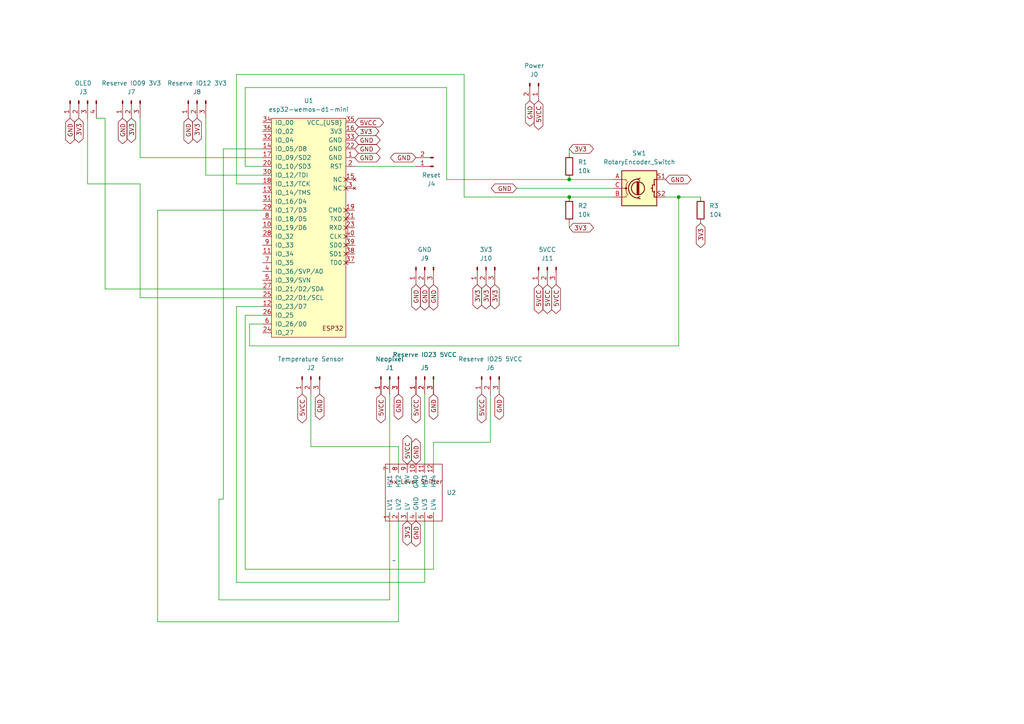
<source format=kicad_sch>
(kicad_sch (version 20230121) (generator eeschema)
  (paper "A4")
  (lib_symbols
    (symbol "Connector:Conn_01x02_Pin" (pin_names (offset 1.016) hide)
      (property "Reference" "J" (at 0 2.54 0))
      (property "Value" "Conn_01x02_Pin" (at 0 -5.08 0))
      (symbol "Conn_01x02_Pin_1_1"
        (polyline (pts (xy 1.27 -2.54) (xy 0.8636 -2.54)) (stroke (width 0.1524)))
        (polyline (pts (xy 1.27 0) (xy 0.8636 0)) (stroke (width 0.1524)))
        (rectangle (start 0.8636 -2.413) (end 0 -2.667) (stroke (width 0.1524)) (fill (type outline)))
        (rectangle (start 0.8636 0.127) (end 0 -0.127) (stroke (width 0.1524)) (fill (type outline)))
        (pin passive line (at 5.08 0 180) (length 3.81) (name "Pin_1") (number "1"))
        (pin passive line (at 5.08 -2.54 180) (length 3.81) (name "Pin_2") (number "2"))
      )
    )
    (symbol "Connector:Conn_01x03_Pin" (pin_names (offset 1.016) hide)
      (property "Reference" "J" (at 0 5.08 0))
      (property "Value" "Conn_01x03_Pin" (at 0 -5.08 0))
      (symbol "Conn_01x03_Pin_1_1"
        (polyline (pts (xy 1.27 -2.54) (xy 0.8636 -2.54)) (stroke (width 0.1524)))
        (polyline (pts (xy 1.27 0) (xy 0.8636 0)) (stroke (width 0.1524)))
        (polyline (pts (xy 1.27 2.54) (xy 0.8636 2.54)) (stroke (width 0.1524)))
        (rectangle (start 0.8636 -2.413) (end 0 -2.667) (stroke (width 0.1524)) (fill (type outline)))
        (rectangle (start 0.8636 0.127) (end 0 -0.127) (stroke (width 0.1524)) (fill (type outline)))
        (rectangle (start 0.8636 2.667) (end 0 2.413) (stroke (width 0.1524)) (fill (type outline)))
        (pin passive line (at 5.08 2.54 180) (length 3.81) (name "Pin_1") (number "1"))
        (pin passive line (at 5.08 0 180) (length 3.81) (name "Pin_2") (number "2"))
        (pin passive line (at 5.08 -2.54 180) (length 3.81) (name "Pin_3") (number "3"))
      )
    )
    (symbol "Connector:Conn_01x04_Pin" (pin_names (offset 1.016) hide)
      (property "Reference" "J" (at 0 5.08 0))
      (property "Value" "Conn_01x04_Pin" (at 0 -7.62 0))
      (symbol "Conn_01x04_Pin_1_1"
        (polyline (pts (xy 1.27 -5.08) (xy 0.8636 -5.08)) (stroke (width 0.1524)))
        (polyline (pts (xy 1.27 -2.54) (xy 0.8636 -2.54)) (stroke (width 0.1524)))
        (polyline (pts (xy 1.27 0) (xy 0.8636 0)) (stroke (width 0.1524)))
        (polyline (pts (xy 1.27 2.54) (xy 0.8636 2.54)) (stroke (width 0.1524)))
        (rectangle (start 0.8636 -4.953) (end 0 -5.207) (stroke (width 0.1524)) (fill (type outline)))
        (rectangle (start 0.8636 -2.413) (end 0 -2.667) (stroke (width 0.1524)) (fill (type outline)))
        (rectangle (start 0.8636 0.127) (end 0 -0.127) (stroke (width 0.1524)) (fill (type outline)))
        (rectangle (start 0.8636 2.667) (end 0 2.413) (stroke (width 0.1524)) (fill (type outline)))
        (pin passive line (at 5.08 2.54 180) (length 3.81) (name "Pin_1") (number "1"))
        (pin passive line (at 5.08 0 180) (length 3.81) (name "Pin_2") (number "2"))
        (pin passive line (at 5.08 -2.54 180) (length 3.81) (name "Pin_3") (number "3"))
        (pin passive line (at 5.08 -5.08 180) (length 3.81) (name "Pin_4") (number "4"))
      )
    )
    (symbol "Device:R" (pin_numbers hide) (pin_names (offset 0))
      (property "Reference" "R" (at 2.032 0 90))
      (property "Value" "R" (at 0 0 90))
      (symbol "R_0_1"
        (rectangle (start -1.016 -2.54) (end 1.016 2.54) (stroke (width 0.254)))
      )
      (symbol "R_1_1"
        (pin passive line (at 0 3.81 270) (length 1.27) (name "~") (number "1"))
        (pin passive line (at 0 -3.81 90) (length 1.27) (name "~") (number "2"))
      )
    )
    (symbol "Device:RotaryEncoder_Switch" (pin_names (offset 0.254) hide)
      (property "Reference" "SW" (at 0 6.604 0))
      (property "Value" "RotaryEncoder_Switch" (at 0 -6.604 0))
      (symbol "RotaryEncoder_Switch_0_1"
        (rectangle (start -5.08 5.08) (end 5.08 -5.08) (stroke (width 0.254)) (fill (type background)))
        (circle (center -3.81 0) (radius 0.254) (fill (type outline)))
        (circle (center -0.381 0) (radius 1.905) (stroke (width 0.254)))
        (arc (start -0.381 2.667) (mid -3.0988 -0.0635) (end -0.381 -2.794) (stroke (width 0.254)))
        (polyline (pts (xy -0.635 -1.778) (xy -0.635 1.778)) (stroke (width 0.254)))
        (polyline (pts (xy -0.381 -1.778) (xy -0.381 1.778)) (stroke (width 0.254)))
        (polyline (pts (xy -0.127 1.778) (xy -0.127 -1.778)) (stroke (width 0.254)))
        (polyline (pts (xy 3.81 0) (xy 3.429 0)) (stroke (width 0.254)))
        (polyline (pts (xy 3.81 1.016) (xy 3.81 -1.016)) (stroke (width 0.254)))
        (polyline (pts (xy -5.08 -2.54) (xy -3.81 -2.54) (xy -3.81 -2.032)))
        (polyline (pts (xy -5.08 2.54) (xy -3.81 2.54) (xy -3.81 2.032)))
        (polyline (pts (xy 0.254 -3.048) (xy -0.508 -2.794) (xy 0.127 -2.413)) (stroke (width 0.254)))
        (polyline (pts (xy 0.254 2.921) (xy -0.508 2.667) (xy 0.127 2.286)) (stroke (width 0.254)))
        (polyline (pts (xy 5.08 -2.54) (xy 4.318 -2.54) (xy 4.318 -1.016)) (stroke (width 0.254)))
        (polyline (pts (xy 5.08 2.54) (xy 4.318 2.54) (xy 4.318 1.016)) (stroke (width 0.254)))
        (polyline (pts (xy -5.08 0) (xy -3.81 0) (xy -3.81 -1.016) (xy -3.302 -2.032)))
        (polyline (pts (xy -4.318 0) (xy -3.81 0) (xy -3.81 1.016) (xy -3.302 2.032)))
        (circle (center 4.318 -1.016) (radius 0.127) (stroke (width 0.254)))
        (circle (center 4.318 1.016) (radius 0.127) (stroke (width 0.254)))
      )
      (symbol "RotaryEncoder_Switch_1_1"
        (pin passive line (at -7.62 2.54 0) (length 2.54) (name "A") (number "A"))
        (pin passive line (at -7.62 -2.54 0) (length 2.54) (name "B") (number "B"))
        (pin passive line (at -7.62 0 0) (length 2.54) (name "C") (number "C"))
        (pin passive line (at 7.62 2.54 180) (length 2.54) (name "S1") (number "S1"))
        (pin passive line (at 7.62 -2.54 180) (length 2.54) (name "S2") (number "S2"))
      )
    )
    (symbol "ESP32:esp32-wemos-d1-mini" (pin_names (offset 1.016))
      (property "Reference" "U" (at -7.62 -50.8 0))
      (property "Value" "esp32-wemos-d1-mini" (at 5.08 -59.69 0))
      (symbol "esp32-wemos-d1-mini_0_0"
        (text "ESP32" (at 7.62 -62.23 0) (effects (font (size 1.27 1.27))))
        (pin power_in line (at 13.97 -12.7 180) (length 2.54) (name "GND") (number "1"))
        (pin input line (at 13.97 -15.24 180) (length 2.54) (name "RST") (number "2"))
        (pin no_connect non_logic (at 13.97 -21.59 180) (length 2.54) (name "NC") (number "3"))
        (pin bidirectional line (at -12.7 -45.72 0) (length 2.54) (name "IO_36/SVP/A0") (number "4"))
        (pin bidirectional line (at -12.7 -48.26 0) (length 2.54) (name "IO_39/SVN") (number "5"))
      )
      (symbol "esp32-wemos-d1-mini_0_1"
        (rectangle (start -10.16 -1.27) (end 11.43 -64.77) (fill (type background)))
      )
      (symbol "esp32-wemos-d1-mini_1_1"
        (pin bidirectional line (at -12.7 -33.02 0) (length 2.54) (name "IO_19/D6") (number "10"))
        (pin bidirectional line (at -12.7 -40.64 0) (length 2.54) (name "IO_34") (number "11"))
        (pin bidirectional line (at -12.7 -55.88 0) (length 2.54) (name "IO_23/D7") (number "12"))
        (pin bidirectional line (at -12.7 -22.86 0) (length 2.54) (name "IO_14/TMS") (number "13"))
        (pin bidirectional line (at -12.7 -10.16 0) (length 2.54) (name "IO_05/D8") (number "14"))
        (pin no_connect non_logic (at 13.97 -19.05 180) (length 2.54) (name "NC") (number "15"))
        (pin power_in line (at 13.97 -5.08 180) (length 2.54) (name "3V3") (number "16"))
        (pin bidirectional line (at -12.7 -12.7 0) (length 2.54) (name "IO_09/SD2") (number "17"))
        (pin bidirectional line (at -12.7 -20.32 0) (length 2.54) (name "IO_13/TCK") (number "18"))
        (pin passive non_logic (at 13.97 -27.94 180) (length 2.54) (name "CMD") (number "19"))
        (pin bidirectional line (at -12.7 -15.24 0) (length 2.54) (name "IO_10/SD3") (number "20"))
        (pin passive non_logic (at 13.97 -30.48 180) (length 2.54) (name "TXD") (number "21"))
        (pin power_in line (at 13.97 -10.16 180) (length 2.54) (name "GND") (number "22"))
        (pin passive non_logic (at 13.97 -33.02 180) (length 2.54) (name "RXD") (number "23"))
        (pin bidirectional line (at -12.7 -63.5 0) (length 2.54) (name "IO_27") (number "24"))
        (pin bidirectional line (at -12.7 -53.34 0) (length 2.54) (name "IO_22/D1/SCL") (number "25"))
        (pin bidirectional line (at -12.7 -58.42 0) (length 2.54) (name "IO_25") (number "26"))
        (pin bidirectional line (at -12.7 -50.8 0) (length 2.54) (name "IO_21/D2/SDA") (number "27"))
        (pin bidirectional line (at -12.7 -35.56 0) (length 2.54) (name "IO_32") (number "28"))
        (pin bidirectional line (at -12.7 -27.94 0) (length 2.54) (name "IO_17/D3") (number "29"))
        (pin bidirectional line (at -12.7 -17.78 0) (length 2.54) (name "IO_12/TDI") (number "30"))
        (pin bidirectional line (at -12.7 -25.4 0) (length 2.54) (name "IO_16/D4") (number "31"))
        (pin bidirectional line (at -12.7 -7.62 0) (length 2.54) (name "IO_04") (number "32"))
        (pin power_in line (at 13.97 -7.62 180) (length 2.54) (name "GND") (number "33"))
        (pin bidirectional line (at -12.7 -2.54 0) (length 2.54) (name "IO_00") (number "34"))
        (pin power_in line (at 13.97 -2.54 180) (length 2.54) (name "VCC_(USB)") (number "35"))
        (pin bidirectional line (at -12.7 -5.08 0) (length 2.54) (name "IO_02") (number "36"))
        (pin passive non_logic (at 13.97 -43.18 180) (length 2.54) (name "TD0") (number "37"))
        (pin passive non_logic (at 13.97 -40.64 180) (length 2.54) (name "SD1") (number "38"))
        (pin passive non_logic (at 13.97 -38.1 180) (length 2.54) (name "SD0") (number "39"))
        (pin passive non_logic (at 13.97 -35.56 180) (length 2.54) (name "CLK") (number "40"))
        (pin bidirectional line (at -12.7 -60.96 0) (length 2.54) (name "IO_26/D0") (number "6"))
        (pin bidirectional line (at -12.7 -43.18 0) (length 2.54) (name "IO_35") (number "7"))
        (pin bidirectional line (at -12.7 -30.48 0) (length 2.54) (name "IO_18/D5") (number "8"))
        (pin bidirectional line (at -12.7 -38.1 0) (length 2.54) (name "IO_33") (number "9"))
      )
    )
    (symbol "levelShifter:4x_Level_Shifter"
      (property "Reference" "U" (at -6.35 20.32 0))
      (symbol "4x_Level_Shifter_0_1"
        (rectangle (start -3.81 25.4) (end 12.7 8.89))
      )
      (symbol "4x_Level_Shifter_1_1"
        (text "4x Level Shifter" (at 5.08 20.32 0) (effects (font (size 1.27 1.27))))
        (pin bidirectional line (at -2.54 8.89 90) (length 2.54) (name "LV1") (number "1"))
        (pin bidirectional line (at 5.08 25.4 270) (length 2.54) (name "GND") (number "10"))
        (pin bidirectional line (at 7.62 25.4 270) (length 2.54) (name "HV3") (number "11"))
        (pin bidirectional line (at 10.16 25.4 270) (length 2.54) (name "HV4") (number "12"))
        (pin bidirectional line (at 0 8.89 90) (length 2.54) (name "LV2") (number "2"))
        (pin bidirectional line (at 2.54 8.89 90) (length 2.54) (name "LV") (number "3"))
        (pin bidirectional line (at 5.08 8.89 90) (length 2.54) (name "GND") (number "4"))
        (pin bidirectional line (at 7.62 8.89 90) (length 2.54) (name "LV3") (number "5"))
        (pin bidirectional line (at 10.16 8.89 90) (length 2.54) (name "LV4") (number "6"))
        (pin bidirectional line (at -2.54 25.4 270) (length 2.54) (name "HV1") (number "7"))
        (pin bidirectional line (at 0 25.4 270) (length 2.54) (name "HV2") (number "8"))
        (pin bidirectional line (at 2.54 25.4 270) (length 2.54) (name "HV") (number "9"))
      )
    )
  )
  (junction (at 165.1 52.07))
  (junction (at 165.1 57.15))
  (junction (at 196.85 57.15))
  (wire (pts (xy 59.69 50.8) (xy 59.69 34.29)))
  (wire (pts (xy 64.77 144.78) (xy 63.5 144.78)))
  (wire (pts (xy 102.87 48.26) (xy 120.65 48.26)))
  (wire (pts (xy 63.5 144.78) (xy 63.5 173.99)))
  (wire (pts (xy 123.19 114.3) (xy 123.19 134.62)))
  (wire (pts (xy 45.72 60.96) (xy 45.72 180.34)))
  (wire (pts (xy 165.1 43.18) (xy 165.1 44.45)))
  (wire (pts (xy 115.57 180.34) (xy 115.57 151.13)))
  (wire (pts (xy 76.2 91.44) (xy 71.12 91.44)))
  (wire (pts (xy 149.86 54.61) (xy 177.8 54.61)))
  (wire (pts (xy 115.57 129.54) (xy 90.17 129.54)))
  (wire (pts (xy 30.48 34.29) (xy 27.94 34.29)))
  (wire (pts (xy 63.5 173.99) (xy 113.03 173.99)))
  (wire (pts (xy 76.2 48.26) (xy 71.12 48.26)))
  (wire (pts (xy 72.39 93.98) (xy 72.39 100.33)))
  (wire (pts (xy 134.62 57.15) (xy 165.1 57.15)))
  (wire (pts (xy 134.62 21.59) (xy 134.62 57.15)))
  (wire (pts (xy 40.64 45.72) (xy 76.2 45.72)))
  (wire (pts (xy 76.2 88.9) (xy 68.58 88.9)))
  (wire (pts (xy 193.04 57.15) (xy 196.85 57.15)))
  (wire (pts (xy 40.64 86.36) (xy 40.64 53.34)))
  (wire (pts (xy 71.12 165.1) (xy 125.73 165.1)))
  (wire (pts (xy 76.2 86.36) (xy 40.64 86.36)))
  (wire (pts (xy 196.85 57.15) (xy 203.2 57.15)))
  (wire (pts (xy 71.12 48.26) (xy 71.12 25.4)))
  (wire (pts (xy 165.1 66.04) (xy 165.1 64.77)))
  (wire (pts (xy 68.58 53.34) (xy 68.58 21.59)))
  (wire (pts (xy 30.48 83.82) (xy 30.48 34.29)))
  (wire (pts (xy 129.54 52.07) (xy 165.1 52.07)))
  (wire (pts (xy 125.73 165.1) (xy 125.73 151.13)))
  (wire (pts (xy 64.77 43.18) (xy 64.77 144.78)))
  (wire (pts (xy 68.58 168.91) (xy 123.19 168.91)))
  (wire (pts (xy 40.64 53.34) (xy 25.4 53.34)))
  (wire (pts (xy 113.03 173.99) (xy 113.03 151.13)))
  (wire (pts (xy 76.2 83.82) (xy 30.48 83.82)))
  (wire (pts (xy 113.03 114.3) (xy 113.03 134.62)))
  (wire (pts (xy 45.72 180.34) (xy 115.57 180.34)))
  (wire (pts (xy 165.1 57.15) (xy 177.8 57.15)))
  (wire (pts (xy 76.2 53.34) (xy 68.58 53.34)))
  (wire (pts (xy 40.64 45.72) (xy 40.64 34.29)))
  (wire (pts (xy 76.2 60.96) (xy 45.72 60.96)))
  (wire (pts (xy 90.17 129.54) (xy 90.17 114.3)))
  (wire (pts (xy 125.73 134.62) (xy 125.73 128.27)))
  (wire (pts (xy 71.12 25.4) (xy 129.54 25.4)))
  (wire (pts (xy 68.58 21.59) (xy 134.62 21.59)))
  (wire (pts (xy 129.54 25.4) (xy 129.54 52.07)))
  (wire (pts (xy 125.73 128.27) (xy 142.24 128.27)))
  (wire (pts (xy 76.2 93.98) (xy 72.39 93.98)))
  (wire (pts (xy 76.2 50.8) (xy 59.69 50.8)))
  (wire (pts (xy 68.58 88.9) (xy 68.58 168.91)))
  (wire (pts (xy 71.12 91.44) (xy 71.12 165.1)))
  (wire (pts (xy 25.4 53.34) (xy 25.4 34.29)))
  (wire (pts (xy 72.39 100.33) (xy 196.85 100.33)))
  (wire (pts (xy 165.1 52.07) (xy 177.8 52.07)))
  (wire (pts (xy 115.57 134.62) (xy 115.57 129.54)))
  (wire (pts (xy 142.24 128.27) (xy 142.24 114.3)))
  (wire (pts (xy 76.2 43.18) (xy 64.77 43.18)))
  (wire (pts (xy 196.85 100.33) (xy 196.85 57.15)))
  (wire (pts (xy 123.19 168.91) (xy 123.19 151.13)))
  (global_label "3V3" (shape bidirectional) (at 143.51 82.55 270) (property "Intersheetrefs" "${INTERSHEET_REFS}" (effects hide)))
  (global_label "GND" (shape bidirectional) (at 102.87 43.18 0) (property "Intersheetrefs" "${INTERSHEET_REFS}" (effects hide)))
  (global_label "GND" (shape bidirectional) (at 102.87 45.72 0) (property "Intersheetrefs" "${INTERSHEET_REFS}" (effects hide)))
  (global_label "GND" (shape bidirectional) (at 149.86 54.61 180) (property "Intersheetrefs" "${INTERSHEET_REFS}" (effects hide)))
  (global_label "GND" (shape bidirectional) (at 92.71 114.3 270) (property "Intersheetrefs" "${INTERSHEET_REFS}" (effects hide)))
  (global_label "GND" (shape bidirectional) (at 35.56 34.29 270) (property "Intersheetrefs" "${INTERSHEET_REFS}" (effects hide)))
  (global_label "5VCC" (shape bidirectional) (at 110.49 114.3 270) (property "Intersheetrefs" "${INTERSHEET_REFS}" (effects hide)))
  (global_label "5VCC" (shape bidirectional) (at 87.63 114.3 270) (property "Intersheetrefs" "${INTERSHEET_REFS}" (effects hide)))
  (global_label "3V3" (shape bidirectional) (at 102.87 38.1 0) (property "Intersheetrefs" "${INTERSHEET_REFS}" (effects hide)))
  (global_label "GND" (shape bidirectional) (at 193.04 52.07 0) (property "Intersheetrefs" "${INTERSHEET_REFS}" (effects hide)))
  (global_label "3V3" (shape bidirectional) (at 57.15 34.29 270) (property "Intersheetrefs" "${INTERSHEET_REFS}" (effects hide)))
  (global_label "GND" (shape bidirectional) (at 153.67 29.21 270) (property "Intersheetrefs" "${INTERSHEET_REFS}" (effects hide)))
  (global_label "3V3" (shape bidirectional) (at 38.1 34.29 270) (property "Intersheetrefs" "${INTERSHEET_REFS}" (effects hide)))
  (global_label "3V3" (shape bidirectional) (at 203.2 64.77 270) (property "Intersheetrefs" "${INTERSHEET_REFS}" (effects hide)))
  (global_label "5VCC" (shape bidirectional) (at 102.87 35.56 0) (property "Intersheetrefs" "${INTERSHEET_REFS}" (effects hide)))
  (global_label "5VCC" (shape bidirectional) (at 158.75 82.55 270) (property "Intersheetrefs" "${INTERSHEET_REFS}" (effects hide)))
  (global_label "GND" (shape bidirectional) (at 120.65 134.62 90) (property "Intersheetrefs" "${INTERSHEET_REFS}" (effects hide)))
  (global_label "GND" (shape bidirectional) (at 123.19 82.55 270) (property "Intersheetrefs" "${INTERSHEET_REFS}" (effects hide)))
  (global_label "GND" (shape bidirectional) (at 102.87 40.64 0) (property "Intersheetrefs" "${INTERSHEET_REFS}" (effects hide)))
  (global_label "3V3" (shape bidirectional) (at 165.1 43.18 0) (property "Intersheetrefs" "${INTERSHEET_REFS}" (effects hide)))
  (global_label "3V3" (shape bidirectional) (at 165.1 66.04 0) (property "Intersheetrefs" "${INTERSHEET_REFS}" (effects hide)))
  (global_label "5VCC" (shape bidirectional) (at 120.65 114.3 270) (property "Intersheetrefs" "${INTERSHEET_REFS}" (effects hide)))
  (global_label "5VCC" (shape bidirectional) (at 156.21 29.21 270) (property "Intersheetrefs" "${INTERSHEET_REFS}" (effects hide)))
  (global_label "5VCC" (shape bidirectional) (at 156.21 82.55 270) (property "Intersheetrefs" "${INTERSHEET_REFS}" (effects hide)))
  (global_label "3V3" (shape bidirectional) (at 118.11 151.13 270) (property "Intersheetrefs" "${INTERSHEET_REFS}" (effects hide)))
  (global_label "GND" (shape bidirectional) (at 120.65 151.13 270) (property "Intersheetrefs" "${INTERSHEET_REFS}" (effects hide)))
  (global_label "GND" (shape bidirectional) (at 125.73 114.3 270) (property "Intersheetrefs" "${INTERSHEET_REFS}" (effects hide)))
  (global_label "GND" (shape bidirectional) (at 115.57 114.3 270) (property "Intersheetrefs" "${INTERSHEET_REFS}" (effects hide)))
  (global_label "GND" (shape bidirectional) (at 20.32 34.29 270) (property "Intersheetrefs" "${INTERSHEET_REFS}" (effects hide)))
  (global_label "3V3" (shape bidirectional) (at 138.43 82.55 270) (property "Intersheetrefs" "${INTERSHEET_REFS}" (effects hide)))
  (global_label "GND" (shape bidirectional) (at 125.73 82.55 270) (property "Intersheetrefs" "${INTERSHEET_REFS}" (effects hide)))
  (global_label "GND" (shape bidirectional) (at 144.78 114.3 270) (property "Intersheetrefs" "${INTERSHEET_REFS}" (effects hide)))
  (global_label "GND" (shape bidirectional) (at 120.65 45.72 180) (property "Intersheetrefs" "${INTERSHEET_REFS}" (effects hide)))
  (global_label "3V3" (shape bidirectional) (at 22.86 34.29 270) (property "Intersheetrefs" "${INTERSHEET_REFS}" (effects hide)))
  (global_label "GND" (shape bidirectional) (at 120.65 82.55 270) (property "Intersheetrefs" "${INTERSHEET_REFS}" (effects hide)))
  (global_label "5VCC" (shape bidirectional) (at 139.7 114.3 270) (property "Intersheetrefs" "${INTERSHEET_REFS}" (effects hide)))
  (global_label "5VCC" (shape bidirectional) (at 118.11 134.62 90) (property "Intersheetrefs" "${INTERSHEET_REFS}" (effects hide)))
  (global_label "3V3" (shape bidirectional) (at 140.97 82.55 270) (property "Intersheetrefs" "${INTERSHEET_REFS}" (effects hide)))
  (global_label "5VCC" (shape bidirectional) (at 161.29 82.55 270) (property "Intersheetrefs" "${INTERSHEET_REFS}" (effects hide)))
  (global_label "GND" (shape bidirectional) (at 54.61 34.29 270) (property "Intersheetrefs" "${INTERSHEET_REFS}" (effects hide)))
  (symbol (lib_id "Connector:Conn_01x03_Pin") (at 90.17 109.22 90) (mirror x) (unit 1)
    (property "Reference" "J2" (at 90.17 106.68 90))
    (property "Value" "Temperature Sensor" (at 90.17 104.14 90))
    (property "Footprint" "Connector_PinHeader_2.54mm:PinHeader_1x03_P2.54mm_Horizontal" (effects hide))
  )
  (symbol (lib_id "Connector:Conn_01x03_Pin") (at 123.19 109.22 90) (mirror x) (unit 1)
    (property "Reference" "J5" (at 123.19 106.68 90))
    (property "Value" "Reserve IO23 5VCC" (at 123.19 102.87 90))
    (property "Footprint" "Connector_PinHeader_2.54mm:PinHeader_1x03_P2.54mm_Horizontal" (effects hide))
  )
  (symbol (lib_id "Connector:Conn_01x03_Pin") (at 158.75 77.47 90) (mirror x) (unit 1)
    (property "Reference" "J11" (at 158.75 74.93 90))
    (property "Value" "5VCC" (at 158.75 72.39 90))
    (property "Footprint" "Connector_PinHeader_2.54mm:PinHeader_1x03_P2.54mm_Horizontal" (effects hide))
  )
  (symbol (lib_id "Connector:Conn_01x03_Pin") (at 123.19 77.47 90) (mirror x) (unit 1)
    (property "Reference" "J9" (at 123.19 74.93 90))
    (property "Value" "GND" (at 123.19 72.39 90))
    (property "Footprint" "Connector_PinHeader_2.54mm:PinHeader_1x03_P2.54mm_Horizontal" (effects hide))
  )
  (symbol (lib_id "levelShifter:4x_Level_Shifter") (at 115.57 160.02 0) (unit 1)
    (property "Reference" "U2" (at 129.54 142.875 0) (effects (justify left)))
    (property "Value" "~" (at 114.3 162.56 0))
    (property "Footprint" "Level Shifter:4xLEvel Shifter" (effects hide))
  )
  (symbol (lib_id "Device:R") (at 165.1 60.96 0) (unit 1)
    (property "Reference" "R2" (at 167.64 59.69 0) (effects (justify left)))
    (property "Value" "10k" (at 167.64 62.23 0) (effects (justify left)))
    (property "Footprint" "Resistor_THT:R_Axial_DIN0207_L6.3mm_D2.5mm_P7.62mm_Horizontal" (effects hide))
  )
  (symbol (lib_id "Device:R") (at 165.1 48.26 0) (unit 1)
    (property "Reference" "R1" (at 167.64 46.99 0) (effects (justify left)))
    (property "Value" "10k" (at 167.64 49.53 0) (effects (justify left)))
    (property "Footprint" "Resistor_THT:R_Axial_DIN0207_L6.3mm_D2.5mm_P7.62mm_Horizontal" (effects hide))
  )
  (symbol (lib_id "Device:RotaryEncoder_Switch") (at 185.42 54.61 0) (unit 1)
    (property "Reference" "SW1" (at 185.42 44.45 0))
    (property "Value" "RotaryEncoder_Switch" (at 185.42 46.99 0))
    (property "Footprint" "Rotary_Encoder:RotaryEncoder_Alps_EC11E-Switch_Vertical_H20mm" (effects hide))
  )
  (symbol (lib_id "Connector:Conn_01x03_Pin") (at 57.15 29.21 90) (mirror x) (unit 1)
    (property "Reference" "J8" (at 57.15 26.67 90))
    (property "Value" "Reserve IO12 3V3" (at 57.15 24.13 90))
    (property "Footprint" "Connector_PinHeader_2.54mm:PinHeader_1x03_P2.54mm_Horizontal" (effects hide))
  )
  (symbol (lib_id "Connector:Conn_01x02_Pin") (at 125.73 48.26 180) (unit 1)
    (property "Reference" "J4" (at 125.095 53.34 0))
    (property "Value" "Reset" (at 125.095 50.8 0))
    (property "Footprint" "Connector_PinHeader_2.54mm:PinHeader_1x02_P2.54mm_Vertical" (effects hide))
  )
  (symbol (lib_id "Connector:Conn_01x03_Pin") (at 113.03 109.22 90) (mirror x) (unit 1)
    (property "Reference" "J1" (at 113.03 106.68 90))
    (property "Value" "Neopixel" (at 113.03 104.14 90))
    (property "Footprint" "Connector_PinHeader_2.54mm:PinHeader_1x03_P2.54mm_Horizontal" (effects hide))
  )
  (symbol (lib_id "Connector:Conn_01x03_Pin") (at 140.97 77.47 90) (mirror x) (unit 1)
    (property "Reference" "J10" (at 140.97 74.93 90))
    (property "Value" "3V3" (at 140.97 72.39 90))
    (property "Footprint" "Connector_PinHeader_2.54mm:PinHeader_1x03_P2.54mm_Horizontal" (effects hide))
  )
  (symbol (lib_id "ESP32:esp32-wemos-d1-mini") (at 88.9 33.02 0) (unit 1)
    (property "Reference" "U1" (at 89.535 29.21 0))
    (property "Value" "esp32-wemos-d1-mini" (at 89.535 31.75 0))
    (property "Footprint" "ESP32Mini:esp32-wemos-d1-mini" (effects hide))
  )
  (symbol (lib_id "Connector:Conn_01x04_Pin") (at 22.86 29.21 90) (mirror x) (unit 1)
    (property "Reference" "J3" (at 24.13 26.67 90))
    (property "Value" "OLED" (at 24.13 24.13 90))
    (property "Footprint" "Connector_PinHeader_2.54mm:PinHeader_1x04_P2.54mm_Horizontal" (effects hide))
  )
  (symbol (lib_id "Device:R") (at 203.2 60.96 0) (unit 1)
    (property "Reference" "R3" (at 205.74 59.69 0) (effects (justify left)))
    (property "Value" "10k" (at 205.74 62.23 0) (effects (justify left)))
    (property "Footprint" "Resistor_THT:R_Axial_DIN0207_L6.3mm_D2.5mm_P7.62mm_Horizontal" (effects hide))
  )
  (symbol (lib_id "Connector:Conn_01x03_Pin") (at 142.24 109.22 90) (mirror x) (unit 1)
    (property "Reference" "J6" (at 142.24 106.68 90))
    (property "Value" "Reserve IO25 5VCC" (at 142.24 104.14 90))
    (property "Footprint" "Connector_PinHeader_2.54mm:PinHeader_1x03_P2.54mm_Horizontal" (effects hide))
  )
  (symbol (lib_id "Connector:Conn_01x02_Pin") (at 156.21 24.13 270) (unit 1)
    (property "Reference" "J0" (at 154.94 21.59 90))
    (property "Value" "Power" (at 154.94 19.05 90))
    (property "Footprint" "Connector_PinHeader_2.54mm:PinHeader_1x02_P2.54mm_Vertical" (effects hide))
  )
  (symbol (lib_id "Connector:Conn_01x03_Pin") (at 38.1 29.21 90) (mirror x) (unit 1)
    (property "Reference" "J7" (at 38.1 26.67 90))
    (property "Value" "Reserve IO09 3V3" (at 38.1 24.13 90))
    (property "Footprint" "Connector_PinHeader_2.54mm:PinHeader_1x03_P2.54mm_Horizontal" (effects hide))
  )
)
</source>
